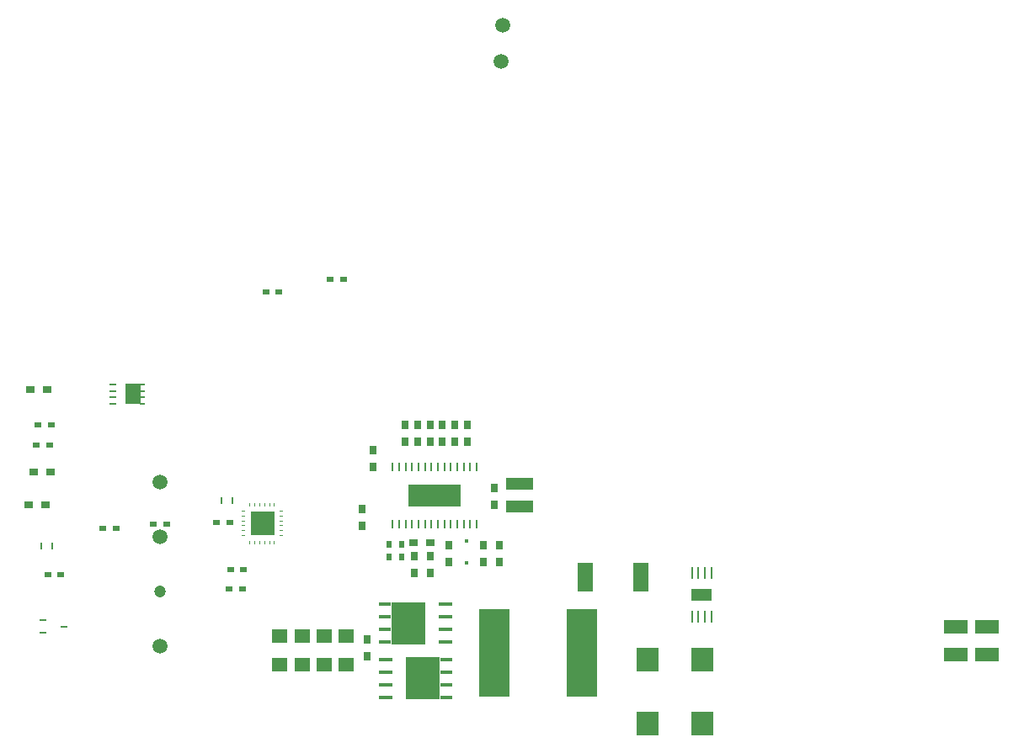
<source format=gbr>
G04 DipTrace 3.3.1.3*
G04 TopPaste.gbr*
%MOMM*%
G04 #@! TF.FileFunction,Paste,Top*
G04 #@! TF.Part,Single*
%ADD35C,1.5*%
%ADD36C,1.2*%
%ADD54R,1.996X1.296*%
%ADD56R,0.196X1.196*%
%ADD62R,0.096X0.896*%
%ADD64R,2.496X2.496*%
%ADD66R,0.046X0.396*%
%ADD68R,0.396X0.046*%
%ADD70R,5.296X2.296*%
%ADD72R,0.196X0.846*%
%ADD78R,1.596X2.996*%
%ADD80R,1.521X2.031*%
%ADD82R,0.786X0.201*%
%ADD84R,0.556X0.201*%
%ADD86R,1.346X0.396*%
%ADD88R,1.146X0.396*%
%ADD90R,3.446X4.206*%
%ADD92R,2.796X1.296*%
%ADD94R,3.096X8.816*%
%ADD96R,0.196X0.696*%
%ADD98R,0.646X0.296*%
%ADD100R,0.396X0.396*%
%ADD102R,0.696X0.496*%
%ADD104R,0.896X0.796*%
%ADD106R,0.496X0.696*%
%ADD108R,0.796X0.896*%
%ADD110R,1.596X1.396*%
%ADD112R,2.496X1.396*%
%ADD114R,2.196X2.396*%
%FSLAX35Y35*%
G04*
G71*
G90*
G75*
G01*
G04 TopPaste*
%LPD*%
D114*
X5398177Y1873923D3*
Y1233890D3*
X5947053Y1873923D3*
Y1233890D3*
D112*
X8493800Y1924427D3*
Y2204427D3*
X8811300Y1924427D3*
Y2204427D3*
D110*
X1699307Y1826300D3*
Y2106300D3*
X1921550Y1826300D3*
Y2106300D3*
X2143803Y1826300D3*
Y2106300D3*
X2366050Y1826300D3*
Y2106300D3*
D108*
X3858300Y3604300D3*
Y3434300D3*
X3457427Y4239300D3*
Y4069300D3*
X2957427D3*
Y4239300D3*
X3397925Y2858175D3*
Y3028175D3*
X3905925Y2858175D3*
Y3028175D3*
D106*
X2794673Y3032800D3*
Y2902800D3*
D108*
X2524800Y3219173D3*
Y3389173D3*
D104*
X3213050Y3048673D3*
X3043050D3*
D108*
X2635927Y3985300D3*
Y3815300D3*
X2572423Y1905677D3*
Y2075677D3*
X3747175Y2858175D3*
Y3028175D3*
D104*
X-808950Y4588550D3*
X-638950D3*
D102*
X-746950Y4032927D3*
X-616950D3*
X429300Y3239177D3*
X559300D3*
X1064300Y3255050D3*
X1194300D3*
D100*
X3572550Y2843425D3*
Y3063425D3*
D98*
X-681950Y2270800D3*
Y2140787D3*
X-471950Y2205793D3*
D96*
X-697827Y3016927D3*
X-587827D3*
X1111923Y3477300D3*
X1221923D3*
D104*
X-777200Y3763050D3*
X-607200D3*
X-824823Y3429673D3*
X-654823D3*
D94*
X3858300Y1937427D3*
X4738300D3*
D92*
X4112300Y3639423D3*
Y3410423D3*
D90*
X2994550Y2239050D3*
D88*
X2755050Y2048550D3*
Y2175550D3*
Y2302550D3*
Y2429550D3*
D86*
X3364050Y2048550D3*
Y2175550D3*
Y2302550D3*
Y2429550D3*
D90*
X3134553Y1683427D3*
D88*
X3374053Y1873927D3*
Y1746927D3*
Y1619927D3*
Y1492927D3*
D86*
X2765053Y1873927D3*
Y1746927D3*
Y1619927D3*
Y1492927D3*
D84*
X318173Y4445677D3*
Y4511677D3*
Y4577677D3*
Y4643673D3*
D82*
X21173Y4445627D3*
Y4511627D3*
Y4577577D3*
Y4643623D3*
D80*
X225373Y4544877D3*
D108*
X3582427Y4239300D3*
Y4069300D3*
X3082427D3*
Y4239300D3*
D78*
X4768927Y2699427D3*
X5328927D3*
D106*
X2921677Y3032800D3*
Y2902800D3*
D108*
X3332427Y4069300D3*
Y4239300D3*
X3207427D3*
Y4069300D3*
X3048677Y2741423D3*
Y2911423D3*
X3207423Y2741423D3*
Y2911423D3*
D102*
X1556423Y5572800D3*
X1686423D3*
X2205800Y5699800D3*
X2335800D3*
X-731077Y4239300D3*
X-601077D3*
X49800Y3191550D3*
X-80200D3*
X-634327Y2731177D3*
X-504327D3*
X1205677Y2778800D3*
X1335677D3*
X1191300Y2588300D3*
X1321300D3*
D35*
X3937677Y8255677D3*
X3921653Y7890293D3*
X492800Y2012173D3*
D36*
Y2562173D3*
D35*
Y3112173D3*
Y3662173D3*
D72*
X3677550Y3814923D3*
X3612550D3*
X3547550D3*
X3482550D3*
X3417550D3*
X3352550D3*
X3287550D3*
X3222550D3*
X3157550D3*
X3092550D3*
X3027550D3*
X2962550D3*
X2897550D3*
X2832550D3*
Y3234923D3*
X2897550D3*
X2962550D3*
X3027550D3*
X3092550D3*
X3157550D3*
X3222550D3*
X3287550D3*
X3352550D3*
X3417550D3*
X3482550D3*
X3547550D3*
X3612550D3*
X3677550D3*
D70*
X3255050Y3524923D3*
D68*
X1334177Y3366177D3*
Y3316177D3*
Y3266177D3*
Y3216177D3*
Y3166177D3*
Y3116177D3*
D66*
X1399177Y3051177D3*
X1449177D3*
X1499177D3*
X1549177D3*
X1599177D3*
X1649177D3*
D68*
X1714177Y3116177D3*
Y3166177D3*
Y3216177D3*
Y3266177D3*
Y3316177D3*
Y3366177D3*
D66*
X1649177Y3431177D3*
X1599177D3*
X1549177D3*
X1499177D3*
X1449177D3*
X1399177D3*
D64*
X1524177Y3241177D3*
D62*
X2064423Y3731300D3*
X2014423D3*
X1964423D3*
X1914423D3*
X1864423D3*
X1814423D3*
X1764423D3*
X1714423D3*
X1664423D3*
X1614423D3*
X1564423D3*
X1514423D3*
D56*
X5842675Y2302550D3*
X5907675D3*
X5972675D3*
X6037675D3*
Y2742550D3*
X5972675D3*
X5907675D3*
X5842675D3*
D54*
X5940175Y2522550D3*
M02*

</source>
